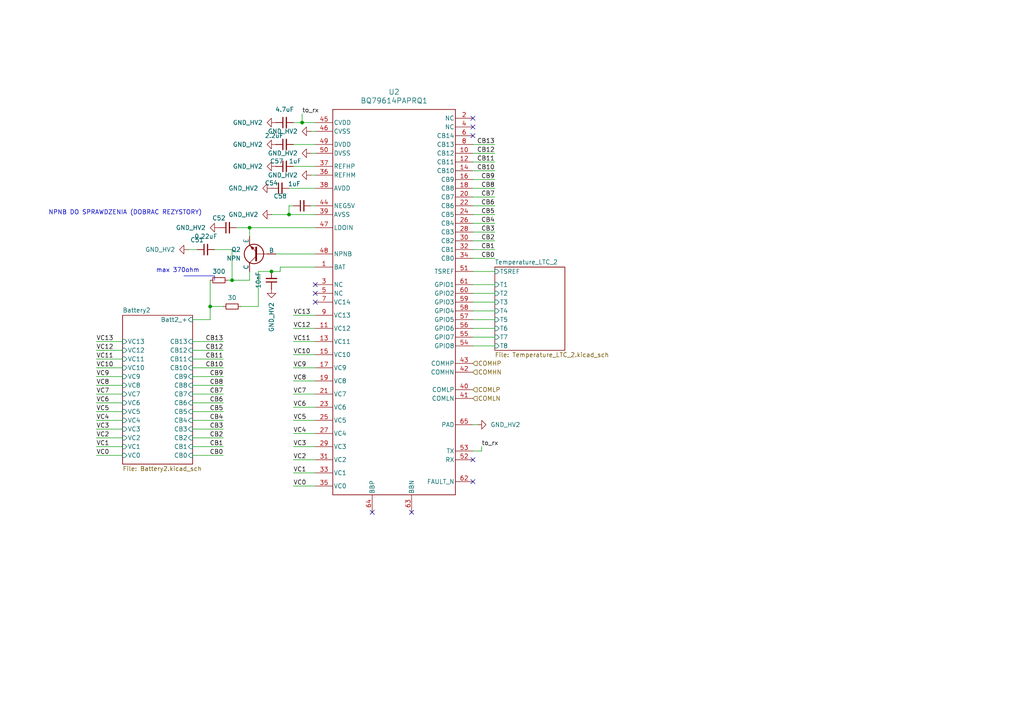
<source format=kicad_sch>
(kicad_sch (version 20250114) (generator "eeschema") (generator_version "9.0")
  (paper "A4")
  (lib_symbols
    (symbol "BQ79612PAPRQ1:BQ79616PAPRQ1" (pin_names (offset 0.254))
      (property "Reference" "U2" (at 0 60.96 0))
      (property "Value" "BQ79614PAPRQ1" (at 0 58.42 0))
      (symbol "BQ79616PAPRQ1_0_1"
        (polyline (pts (xy -17.78 55.88) (xy -17.78 -55.88)) (stroke (width 0.2032)))
        (polyline (pts (xy -17.78 -55.88) (xy 17.78 -55.88)) (stroke (width 0.2032)))
        (polyline (pts (xy 17.78 55.88) (xy -17.78 55.88)) (stroke (width 0.2032)))
        (polyline (pts (xy 17.78 -55.88) (xy 17.78 55.88)) (stroke (width 0.2032)))
        (pin input line (at -22.86 -7.62 0) (length 5.08) (name "VC12") (number "11"))
        (pin input line (at -22.86 -11.43 0) (length 5.08) (name "VC11") (number "13"))
        (pin input line (at -22.86 -15.24 0) (length 5.08) (name "VC10") (number "15"))
        (pin input line (at -22.86 -19.05 0) (length 5.08) (name "VC9") (number "17"))
        (pin input line (at -22.86 -22.86 0) (length 5.08) (name "VC8") (number "19"))
        (pin input line (at -22.86 -26.67 0) (length 5.08) (name "VC7") (number "21"))
        (pin input line (at -22.86 -30.48 0) (length 5.08) (name "VC6") (number "23"))
        (pin input line (at -22.86 -34.29 0) (length 5.08) (name "VC5") (number "25"))
        (pin input line (at -22.86 -38.1 0) (length 5.08) (name "VC4") (number "27"))
        (pin input line (at -22.86 -41.91 0) (length 5.08) (name "VC3") (number "29"))
        (pin input line (at -22.86 -45.72 0) (length 5.08) (name "VC2") (number "31"))
        (pin input line (at -22.86 -49.53 0) (length 5.08) (name "VC1") (number "33"))
        (pin input line (at -22.86 -53.34 0) (length 5.08) (name "VC0") (number "35"))
        (pin input line (at -6.35 -60.96 90) (length 5.08) (name "BBP") (number "64"))
        (pin input line (at 5.08 -60.96 90) (length 5.08) (name "BBN") (number "63"))
        (pin bidirectional line (at 22.86 43.18 180) (length 5.08) (name "CB12") (number "10"))
        (pin bidirectional line (at 22.86 40.64 180) (length 5.08) (name "CB11") (number "12"))
        (pin bidirectional line (at 22.86 38.1 180) (length 5.08) (name "CB10") (number "14"))
        (pin bidirectional line (at 22.86 35.56 180) (length 5.08) (name "CB9") (number "16"))
        (pin bidirectional line (at 22.86 33.02 180) (length 5.08) (name "CB8") (number "18"))
        (pin bidirectional line (at 22.86 30.48 180) (length 5.08) (name "CB7") (number "20"))
        (pin bidirectional line (at 22.86 27.94 180) (length 5.08) (name "CB6") (number "22"))
        (pin bidirectional line (at 22.86 25.4 180) (length 5.08) (name "CB5") (number "24"))
        (pin bidirectional line (at 22.86 22.86 180) (length 5.08) (name "CB4") (number "26"))
        (pin bidirectional line (at 22.86 20.32 180) (length 5.08) (name "CB3") (number "28"))
        (pin bidirectional line (at 22.86 17.78 180) (length 5.08) (name "CB2") (number "30"))
        (pin bidirectional line (at 22.86 15.24 180) (length 5.08) (name "CB1") (number "32"))
        (pin bidirectional line (at 22.86 12.7 180) (length 5.08) (name "CB0") (number "34"))
        (pin bidirectional line (at 22.86 5.08 180) (length 5.08) (name "GPIO1") (number "61"))
        (pin bidirectional line (at 22.86 2.54 180) (length 5.08) (name "GPIO2") (number "60"))
        (pin bidirectional line (at 22.86 0 180) (length 5.08) (name "GPIO3") (number "59"))
        (pin bidirectional line (at 22.86 -2.54 180) (length 5.08) (name "GPIO4") (number "58"))
        (pin bidirectional line (at 22.86 -5.08 180) (length 5.08) (name "GPIO5") (number "57"))
        (pin bidirectional line (at 22.86 -7.62 180) (length 5.08) (name "GPIO6") (number "56"))
        (pin bidirectional line (at 22.86 -10.16 180) (length 5.08) (name "GPIO7") (number "55"))
        (pin bidirectional line (at 22.86 -12.7 180) (length 5.08) (name "GPIO8") (number "54"))
        (pin bidirectional line (at 22.86 -17.78 180) (length 5.08) (name "COMHP") (number "43"))
        (pin bidirectional line (at 22.86 -20.32 180) (length 5.08) (name "COMHN") (number "42"))
        (pin bidirectional line (at 22.86 -25.4 180) (length 5.08) (name "COMLP") (number "40"))
        (pin bidirectional line (at 22.86 -27.94 180) (length 5.08) (name "COMLN") (number "41"))
        (pin unspecified line (at 22.86 -35.56 180) (length 5.08) (name "PAD") (number "65"))
        (pin output line (at 22.86 -43.18 180) (length 5.08) (name "TX") (number "53"))
        (pin input line (at 22.86 -45.72 180) (length 5.08) (name "RX") (number "52"))
        (pin output line (at 22.86 -52.07 180) (length 5.08) (name "FAULT_N") (number "62"))
      )
      (symbol "BQ79616PAPRQ1_1_1"
        (pin passive line (at -22.86 52.07 0) (length 5.08) (name "CVDD") (number "45"))
        (pin passive line (at -22.86 49.53 0) (length 5.08) (name "CVSS") (number "46"))
        (pin passive line (at -22.86 45.72 0) (length 5.08) (name "DVDD") (number "49"))
        (pin passive line (at -22.86 43.18 0) (length 5.08) (name "DVSS") (number "50"))
        (pin passive line (at -22.86 39.37 0) (length 5.08) (name "REFHP") (number "37"))
        (pin passive line (at -22.86 36.83 0) (length 5.08) (name "REFHM") (number "36"))
        (pin passive line (at -22.86 33.02 0) (length 5.08) (name "AVDD") (number "38"))
        (pin passive line (at -22.86 27.94 0) (length 5.08) (name "NEG5V") (number "44"))
        (pin passive line (at -22.86 25.4 0) (length 5.08) (name "AVSS") (number "39"))
        (pin passive line (at -22.86 21.59 0) (length 5.08) (name "LDOIN") (number "47"))
        (pin passive line (at -22.86 13.97 0) (length 5.08) (name "NPNB") (number "48"))
        (pin passive line (at -22.86 10.16 0) (length 5.08) (name "BAT") (number "1"))
        (pin input line (at -22.86 5.08 0) (length 5.08) (name "NC") (number "3"))
        (pin input line (at -22.86 2.54 0) (length 5.08) (name "NC") (number "5"))
        (pin input line (at -22.86 0 0) (length 5.08) (name "VC14") (number "7"))
        (pin input line (at -22.86 -3.81 0) (length 5.08) (name "VC13") (number "9"))
        (pin bidirectional line (at 22.86 53.34 180) (length 5.08) (name "NC") (number "2"))
        (pin bidirectional line (at 22.86 50.8 180) (length 5.08) (name "NC") (number "4"))
        (pin bidirectional line (at 22.86 48.26 180) (length 5.08) (name "CB14") (number "6"))
        (pin bidirectional line (at 22.86 45.72 180) (length 5.08) (name "CB13") (number "8"))
        (pin passive line (at 22.86 8.89 180) (length 5.08) (name "TSREF") (number "51"))
      )
    )
    (symbol "Device:C_Small" (pin_numbers (hide yes)) (pin_names (offset 0.254) (hide yes))
      (property "Reference" "C" (at 0.254 1.778 0))
      (property "Value" "C_Small" (at 0.254 -2.032 0))
      (symbol "C_Small_0_1"
        (polyline (pts (xy -1.524 0.508) (xy 1.524 0.508)) (stroke (width 0.3048)))
        (polyline (pts (xy -1.524 -0.508) (xy 1.524 -0.508)) (stroke (width 0.3302)))
      )
      (symbol "C_Small_1_1"
        (pin passive line (at 0 2.54 270) (length 2.032) (name "~") (number "1"))
        (pin passive line (at 0 -2.54 90) (length 2.032) (name "~") (number "2"))
      )
    )
    (symbol "Device:R_Small" (pin_numbers (hide yes)) (pin_names (offset 0.254) (hide yes))
      (property "Reference" "R" (at 0.762 0.508 0))
      (property "Value" "R_Small" (at 0.762 -1.016 0))
      (symbol "R_Small_0_1"
        (rectangle (start -0.762 1.778) (end 0.762 -1.778) (stroke (width 0.2032)))
      )
      (symbol "R_Small_1_1"
        (pin passive line (at 0 2.54 270) (length 0.762) (name "~") (number "1"))
        (pin passive line (at 0 -2.54 90) (length 0.762) (name "~") (number "2"))
      )
    )
    (symbol "Simulation_SPICE:NPN" (pin_numbers (hide yes)) (pin_names (offset 0))
      (property "Reference" "Q" (at -2.54 7.62 0))
      (property "Value" "NPN" (at -2.54 5.08 0))
      (symbol "NPN_0_1"
        (polyline (pts (xy -2.54 0) (xy 0.635 0)) (stroke (width 0.1524)))
        (polyline (pts (xy 0.635 1.905) (xy 0.635 -1.905) (xy 0.635 -1.905)) (stroke (width 0.508)))
        (polyline (pts (xy 0.635 0.635) (xy 2.54 2.54)))
        (polyline (pts (xy 0.635 -0.635) (xy 2.54 -2.54) (xy 2.54 -2.54)))
        (circle (center 1.27 0) (radius 2.8194) (stroke (width 0.254)))
        (polyline (pts (xy 1.27 -1.778) (xy 1.778 -1.27) (xy 2.286 -2.286) (xy 1.27 -1.778) (xy 1.27 -1.778)) (fill (type outline)))
        (polyline (pts (xy 2.794 -1.27) (xy 2.794 -1.27)) (stroke (width 0.1524)))
        (polyline (pts (xy 2.794 -1.27) (xy 2.794 -1.27)) (stroke (width 0.1524)))
      )
      (symbol "NPN_1_1"
        (pin input line (at -5.08 0 0) (length 2.54) (name "B") (number "2"))
        (pin open_collector line (at 2.54 5.08 270) (length 2.54) (name "C") (number "1"))
        (pin open_emitter line (at 2.54 -5.08 90) (length 2.54) (name "E") (number "3"))
      )
    )
    (symbol "power:GND" (power) (pin_numbers (hide yes)) (pin_names (offset 0) (hide yes))
      (property "Value" "GND" (at 0 -3.81 0))
      (symbol "GND_0_1"
        (polyline (pts (xy 0 0) (xy 0 -1.27) (xy 1.27 -1.27) (xy 0 -2.54) (xy -1.27 -1.27) (xy 0 -1.27)))
      )
      (symbol "GND_1_1"
        (pin power_in line (at 0 0 270) (length 0) (name "~") (number "1"))
      )
    )
  )
  (text "max 370ohm\n" (at 51.562 78.486 0) (effects (font (size 1.27 1.27))))
  (text "NPNB DO SPRAWDZENIA (DOBRAC REZYSTORY)\n" (at 36.322 61.722 0) (effects (font (size 1.27 1.27))))
  (junction (at 78.74 78.74))
  (junction (at 60.96 88.9))
  (junction (at 87.63 35.56))
  (junction (at 67.31 81.28))
  (junction (at 83.82 62.23))
  (junction (at 72.39 66.04))
  (no_connect (at 91.44 85.09))
  (no_connect (at 119.38 148.59))
  (no_connect (at 137.16 39.37))
  (no_connect (at 137.16 34.29))
  (no_connect (at 107.95 148.59))
  (no_connect (at 137.16 36.83))
  (no_connect (at 137.16 133.35))
  (no_connect (at 91.44 82.55))
  (no_connect (at 137.16 139.7))
  (no_connect (at 91.44 87.63))
  (wire (pts (xy 55.88 111.76) (xy 64.77 111.76)))
  (wire (pts (xy 55.88 129.54) (xy 64.77 129.54)))
  (wire (pts (xy 27.94 121.92) (xy 35.56 121.92)))
  (wire (pts (xy 85.09 129.54) (xy 91.44 129.54)))
  (wire (pts (xy 27.94 109.22) (xy 35.56 109.22)))
  (wire (pts (xy 90.17 44.45) (xy 91.44 44.45)))
  (wire (pts (xy 137.16 52.07) (xy 143.51 52.07)))
  (wire (pts (xy 83.82 62.23) (xy 91.44 62.23)))
  (wire (pts (xy 27.94 129.54) (xy 35.56 129.54)))
  (wire (pts (xy 137.16 59.69) (xy 143.51 59.69)))
  (wire (pts (xy 85.09 121.92) (xy 91.44 121.92)))
  (wire (pts (xy 137.16 95.25) (xy 143.51 95.25)))
  (wire (pts (xy 137.16 49.53) (xy 143.51 49.53)))
  (wire (pts (xy 27.94 99.06) (xy 35.56 99.06)))
  (wire (pts (xy 139.7 130.81) (xy 137.16 130.81)))
  (wire (pts (xy 137.16 41.91) (xy 143.51 41.91)))
  (wire (pts (xy 81.28 77.47) (xy 91.44 77.47)))
  (wire (pts (xy 27.94 127) (xy 35.56 127)))
  (wire (pts (xy 27.94 132.08) (xy 35.56 132.08)))
  (wire (pts (xy 27.94 106.68) (xy 35.56 106.68)))
  (wire (pts (xy 85.09 133.35) (xy 91.44 133.35)))
  (wire (pts (xy 54.61 72.39) (xy 57.15 72.39)))
  (wire (pts (xy 85.09 95.25) (xy 91.44 95.25)))
  (wire (pts (xy 72.39 66.04) (xy 91.44 66.04)))
  (wire (pts (xy 27.94 119.38) (xy 35.56 119.38)))
  (wire (pts (xy 85.09 99.06) (xy 91.44 99.06)))
  (wire (pts (xy 139.7 129.54) (xy 139.7 130.81)))
  (wire (pts (xy 55.88 121.92) (xy 64.77 121.92)))
  (wire (pts (xy 72.39 81.28) (xy 67.31 81.28)))
  (wire (pts (xy 83.82 54.61) (xy 91.44 54.61)))
  (wire (pts (xy 137.16 44.45) (xy 143.51 44.45)))
  (wire (pts (xy 81.28 78.74) (xy 81.28 77.47)))
  (wire (pts (xy 67.31 72.39) (xy 62.23 72.39)))
  (wire (pts (xy 74.93 78.74) (xy 78.74 78.74)))
  (wire (pts (xy 85.09 140.97) (xy 91.44 140.97)))
  (wire (pts (xy 55.88 127) (xy 64.77 127)))
  (wire (pts (xy 27.94 116.84) (xy 35.56 116.84)))
  (wire (pts (xy 137.16 64.77) (xy 143.51 64.77)))
  (wire (pts (xy 27.94 104.14) (xy 35.56 104.14)))
  (polyline (pts (xy 53.34 80.01) (xy 62.23 80.01)))
  (wire (pts (xy 55.88 119.38) (xy 64.77 119.38)))
  (wire (pts (xy 67.31 72.39) (xy 67.31 81.28)))
  (wire (pts (xy 60.96 81.28) (xy 60.96 88.9)))
  (wire (pts (xy 137.16 92.71) (xy 143.51 92.71)))
  (wire (pts (xy 27.94 101.6) (xy 35.56 101.6)))
  (wire (pts (xy 85.09 110.49) (xy 91.44 110.49)))
  (wire (pts (xy 137.16 72.39) (xy 143.51 72.39)))
  (wire (pts (xy 85.09 125.73) (xy 91.44 125.73)))
  (wire (pts (xy 137.16 78.74) (xy 143.51 78.74)))
  (wire (pts (xy 64.77 88.9) (xy 60.96 88.9)))
  (wire (pts (xy 85.09 137.16) (xy 91.44 137.16)))
  (wire (pts (xy 85.09 48.26) (xy 91.44 48.26)))
  (polyline (pts (xy 62.23 80.01) (xy 62.23 81.28)))
  (wire (pts (xy 83.82 59.69) (xy 85.09 59.69)))
  (wire (pts (xy 137.16 123.19) (xy 138.43 123.19)))
  (wire (pts (xy 55.88 99.06) (xy 64.77 99.06)))
  (wire (pts (xy 90.17 59.69) (xy 91.44 59.69)))
  (wire (pts (xy 90.17 38.1) (xy 91.44 38.1)))
  (wire (pts (xy 55.88 109.22) (xy 64.77 109.22)))
  (wire (pts (xy 137.16 100.33) (xy 143.51 100.33)))
  (wire (pts (xy 55.88 104.14) (xy 64.77 104.14)))
  (wire (pts (xy 55.88 132.08) (xy 64.77 132.08)))
  (wire (pts (xy 78.74 62.23) (xy 83.82 62.23)))
  (wire (pts (xy 137.16 85.09) (xy 143.51 85.09)))
  (wire (pts (xy 137.16 69.85) (xy 143.51 69.85)))
  (wire (pts (xy 69.85 88.9) (xy 74.93 88.9)))
  (wire (pts (xy 85.09 35.56) (xy 87.63 35.56)))
  (wire (pts (xy 66.04 81.28) (xy 67.31 81.28)))
  (wire (pts (xy 85.09 102.87) (xy 91.44 102.87)))
  (wire (pts (xy 72.39 78.74) (xy 72.39 81.28)))
  (wire (pts (xy 78.74 78.74) (xy 81.28 78.74)))
  (wire (pts (xy 27.94 114.3) (xy 35.56 114.3)))
  (wire (pts (xy 137.16 97.79) (xy 143.51 97.79)))
  (wire (pts (xy 137.16 74.93) (xy 143.51 74.93)))
  (wire (pts (xy 55.88 124.46) (xy 64.77 124.46)))
  (wire (pts (xy 85.09 118.11) (xy 91.44 118.11)))
  (wire (pts (xy 60.96 88.9) (xy 60.96 92.71)))
  (wire (pts (xy 55.88 101.6) (xy 64.77 101.6)))
  (wire (pts (xy 87.63 33.02) (xy 87.63 35.56)))
  (wire (pts (xy 137.16 54.61) (xy 143.51 54.61)))
  (wire (pts (xy 85.09 91.44) (xy 91.44 91.44)))
  (wire (pts (xy 55.88 92.71) (xy 60.96 92.71)))
  (wire (pts (xy 72.39 66.04) (xy 72.39 68.58)))
  (wire (pts (xy 27.94 111.76) (xy 35.56 111.76)))
  (wire (pts (xy 27.94 124.46) (xy 35.56 124.46)))
  (wire (pts (xy 85.09 114.3) (xy 91.44 114.3)))
  (wire (pts (xy 80.01 73.66) (xy 91.44 73.66)))
  (wire (pts (xy 74.93 88.9) (xy 74.93 78.74)))
  (wire (pts (xy 137.16 90.17) (xy 143.51 90.17)))
  (wire (pts (xy 83.82 59.69) (xy 83.82 62.23)))
  (wire (pts (xy 87.63 35.56) (xy 91.44 35.56)))
  (wire (pts (xy 68.58 66.04) (xy 72.39 66.04)))
  (wire (pts (xy 85.09 106.68) (xy 91.44 106.68)))
  (wire (pts (xy 137.16 57.15) (xy 143.51 57.15)))
  (wire (pts (xy 55.88 116.84) (xy 64.77 116.84)))
  (wire (pts (xy 137.16 67.31) (xy 143.51 67.31)))
  (wire (pts (xy 137.16 46.99) (xy 143.51 46.99)))
  (wire (pts (xy 137.16 82.55) (xy 143.51 82.55)))
  (wire (pts (xy 55.88 106.68) (xy 64.77 106.68)))
  (wire (pts (xy 55.88 114.3) (xy 64.77 114.3)))
  (wire (pts (xy 90.17 50.8) (xy 91.44 50.8)))
  (wire (pts (xy 85.09 41.91) (xy 91.44 41.91)))
  (wire (pts (xy 137.16 62.23) (xy 143.51 62.23)))
  (wire (pts (xy 137.16 87.63) (xy 143.51 87.63)))
  (label "VC0" (at 27.94 132.08 0))
  (label "CB11" (at 64.77 104.14 180))
  (label "CB11" (at 143.51 46.99 180))
  (label "VC10" (at 85.09 102.87 0))
  (label "CB1" (at 143.51 72.39 180))
  (label "CB6" (at 64.77 116.84 180))
  (label "VC2" (at 27.94 127 0))
  (label "to_rx" (at 139.7 129.54 0))
  (label "VC11" (at 27.94 104.14 0))
  (label "VC13" (at 85.09 91.44 0))
  (label "VC4" (at 85.09 125.73 0))
  (label "CB4" (at 143.51 64.77 180))
  (label "CB0" (at 64.77 132.08 180))
  (label "CB9" (at 143.51 52.07 180))
  (label "VC10" (at 27.94 106.68 0))
  (label "VC7" (at 85.09 114.3 0))
  (label "VC8" (at 27.94 111.76 0))
  (label "VC1" (at 27.94 129.54 0))
  (label "VC8" (at 85.09 110.49 0))
  (label "CB5" (at 143.51 62.23 180))
  (label "VC11" (at 85.09 99.06 0))
  (label "VC1" (at 85.09 137.16 0))
  (label "CB0" (at 143.51 74.93 180))
  (label "CB12" (at 143.51 44.45 180))
  (label "VC6" (at 27.94 116.84 0))
  (label "CB10" (at 143.51 49.53 180))
  (label "VC0" (at 85.09 140.97 0))
  (label "VC12" (at 85.09 95.25 0))
  (label "VC5" (at 85.09 121.92 0))
  (label "CB12" (at 64.77 101.6 180))
  (label "CB5" (at 64.77 119.38 180))
  (label "CB10" (at 64.77 106.68 180))
  (label "to_rx" (at 87.63 33.02 0))
  (label "VC3" (at 27.94 124.46 0))
  (label "CB13" (at 64.77 99.06 180))
  (label "VC7" (at 27.94 114.3 0))
  (label "CB9" (at 64.77 109.22 180))
  (label "VC6" (at 85.09 118.11 0))
  (label "VC13" (at 27.94 99.06 0))
  (label "VC4" (at 27.94 121.92 0))
  (label "CB3" (at 64.77 124.46 180))
  (label "CB4" (at 64.77 121.92 180))
  (label "CB7" (at 64.77 114.3 180))
  (label "CB1" (at 64.77 129.54 180))
  (label "VC5" (at 27.94 119.38 0))
  (label "VC3" (at 85.09 129.54 0))
  (label "CB2" (at 64.77 127 180))
  (label "CB8" (at 143.51 54.61 180))
  (label "CB3" (at 143.51 67.31 180))
  (label "CB8" (at 64.77 111.76 180))
  (label "CB7" (at 143.51 57.15 180))
  (label "VC9" (at 27.94 109.22 0))
  (label "VC9" (at 85.09 106.68 0))
  (label "VC12" (at 27.94 101.6 0))
  (label "CB2" (at 143.51 69.85 180))
  (label "CB6" (at 143.51 59.69 180))
  (label "VC2" (at 85.09 133.35 0))
  (label "CB13" (at 143.51 41.91 180))
  (hierarchical_label "COMLP" (shape input) (at 137.16 113.03 0))
  (hierarchical_label "COMHP" (shape input) (at 137.16 105.41 0))
  (hierarchical_label "COMHN" (shape input) (at 137.16 107.95 0))
  (hierarchical_label "COMLN" (shape input) (at 137.16 115.57 0))
  (symbol (lib_id "power:GND") (at 80.01 41.91 270) (unit 1)
    (property "Reference" "#PWR052" (effects (hide yes)))
    (property "Value" "GND_HV2" (at 76.2 41.91 90) (effects (justify right)))
    (property "Description" "Power symbol creates a global label with name \"GND\" , ground" (effects (hide yes)))
  )
  (symbol (lib_id "power:GND") (at 90.17 44.45 270) (unit 1)
    (property "Reference" "#PWR055" (effects (hide yes)))
    (property "Value" "GND_HV2" (at 86.36 44.45 90) (effects (justify right)))
    (property "Description" "Power symbol creates a global label with name \"GND\" , ground" (effects (hide yes)))
  )
  (symbol (lib_id "power:GND") (at 138.43 123.19 90) (unit 1)
    (property "Reference" "#PWR057" (effects (hide yes)))
    (property "Value" "GND_HV2" (at 142.24 123.19 90) (effects (justify right)))
    (property "Description" "Power symbol creates a global label with name \"GND\" , ground" (effects (hide yes)))
  )
  (symbol (lib_id "power:GND") (at 78.74 62.23 270) (unit 1)
    (property "Reference" "#PWR049" (effects (hide yes)))
    (property "Value" "GND_HV2" (at 74.93 62.23 90) (effects (justify right)))
    (property "Description" "Power symbol creates a global label with name \"GND\" , ground" (effects (hide yes)))
  )
  (symbol (lib_id "Device:C_Small") (at 78.74 81.28 180) (unit 1)
    (property "Reference" "C53" (effects (hide yes)))
    (property "Value" "10nF" (at 74.93 81.2737 90))
    (property "Footprint" "Capacitor_SMD:C_0603_1608Metric_Pad1.08x0.95mm_HandSolder" (effects (hide yes)))
    (property "Datasheet" "https://www.mouser.pl/ProductDetail/TDK/CGA3E2X7R2A103K080AE?qs=nQSIdc08i%252BdU4%252BM6g9lEFQ%3D%3D" (effects (hide yes)))
    (property "Description" "Unpolarized capacitor, small symbol" (effects (hide yes)))
  )
  (symbol (lib_id "Device:C_Small") (at 82.55 41.91 90) (unit 1)
    (property "Reference" "C56" (effects (hide yes)))
    (property "Value" "2.2uF" (at 79.502 39.37 90))
    (property "Footprint" "Capacitor_SMD:C_0603_1608Metric_Pad1.08x0.95mm_HandSolder" (effects (hide yes)))
    (property "Datasheet" "https://www.mouser.pl/ProductDetail/TAIYO-YUDEN/MLAST168AB5225MTNA01?qs=sGAEpiMZZMsh%252B1woXyUXj3XUfju0vRpj0D%252B%252Bxvl%252BBl4%3D" (effects (hide yes)))
    (property "Description" "Unpolarized capacitor, small symbol" (effects (hide yes)))
  )
  (symbol (lib_id "BQ79612PAPRQ1:BQ79616PAPRQ1") (at 114.3 87.63 0) (unit 1)
    (property "Reference" "U2" (at 114.3 26.67 0) (effects (font (size 1.524 1.524))))
    (property "Value" "BQ79614PAPRQ1" (at 114.3 29.21 0) (effects (font (size 1.524 1.524))))
    (property "Footprint" "footrpint:BQ79614PAPRQ1" (effects (hide yes)))
    (property "Datasheet" "https://www.ti.com/product/BQ79614-Q1/part-details/BQ79614PAPRQ1" (effects (hide yes)))
  )
  (symbol (lib_id "power:GND") (at 78.74 54.61 270) (unit 1)
    (property "Reference" "#PWR048" (effects (hide yes)))
    (property "Value" "GND_HV2" (at 74.93 54.61 90) (effects (justify right)))
    (property "Description" "Power symbol creates a global label with name \"GND\" , ground" (effects (hide yes)))
  )
  (symbol (lib_id "Device:C_Small") (at 81.28 54.61 90) (unit 1)
    (property "Reference" "C54" (at 78.74 53.086 90))
    (property "Value" "1uF" (at 85.344 53.34 90))
    (property "Footprint" "Capacitor_SMD:C_0603_1608Metric_Pad1.08x0.95mm_HandSolder" (effects (hide yes)))
    (property "Datasheet" "https://www.mouser.pl/ProductDetail/TAIYO-YUDEN/EMK107B7105MA8T?qs=sGAEpiMZZMsh%252B1woXyUXj30ZYomYlxpXD%252BuSrqeE39U%3D" (effects (hide yes)))
    (property "Description" "Unpolarized capacitor, small symbol" (effects (hide yes)))
  )
  (symbol (lib_id "power:GND") (at 78.74 83.82 0) (unit 1)
    (property "Reference" "#PWR050" (effects (hide yes)))
    (property "Value" "GND_HV2" (at 78.74 87.63 90) (effects (justify right)))
    (property "Description" "Power symbol creates a global label with name \"GND\" , ground" (effects (hide yes)))
  )
  (symbol (lib_id "Device:C_Small") (at 87.63 59.69 90) (unit 1)
    (property "Reference" "C58" (at 81.28 56.896 90))
    (property "Value" "0.1uF" (effects (hide yes)))
    (property "Footprint" "Capacitor_SMD:C_0603_1608Metric_Pad1.08x0.95mm_HandSolder" (effects (hide yes)))
    (property "Datasheet" "https://www.mouser.pl/ProductDetail/TAIYO-YUDEN/MAJCU168BB7104KTEA01?qs=ZcfC38r4PovJ4zMRJqa98Q%3D%3D" (effects (hide yes)))
    (property "Description" "Unpolarized capacitor, small symbol" (effects (hide yes)))
  )
  (symbol (lib_id "Device:R_Small") (at 67.31 88.9 90) (unit 1)
    (property "Reference" "R66" (effects (hide yes)))
    (property "Value" "30" (at 67.31 86.36 90))
    (property "Footprint" "Resistor_SMD:R_0603_1608Metric_Pad0.98x0.95mm_HandSolder" (effects (hide yes)))
    (property "Datasheet" "https://eu.mouser.com/ProductDetail/Vishay-Draloric/RCA060330R0JNEC?qs=sGAEpiMZZMvdGkrng054twq3eZrCFN89umdZ4CIYOns%3D" (effects (hide yes)))
    (property "Description" "Resistor, small symbol" (effects (hide yes)))
  )
  (symbol (lib_id "Device:C_Small") (at 82.55 35.56 90) (unit 1)
    (property "Reference" "C55" (effects (hide yes)))
    (property "Value" "4.7uF" (at 82.5563 31.75 90))
    (property "Footprint" "Capacitor_SMD:C_0603_1608Metric_Pad1.08x0.95mm_HandSolder" (effects (hide yes)))
    (property "Datasheet" "https://www.mouser.pl/ProductDetail/TAIYO-YUDEN/LMK107BJ475KA-T?qs=sGAEpiMZZMsh%252B1woXyUXj7c1PCWacDCMSnOdsacb7as%3D" (effects (hide yes)))
    (property "Description" "Unpolarized capacitor, small symbol" (effects (hide yes)))
  )
  (symbol (lib_id "power:GND") (at 80.01 48.26 270) (unit 1)
    (property "Reference" "#PWR053" (effects (hide yes)))
    (property "Value" "GND_HV2" (at 76.2 48.26 90) (effects (justify right)))
    (property "Description" "Power symbol creates a global label with name \"GND\" , ground" (effects (hide yes)))
  )
  (symbol (lib_id "power:GND") (at 90.17 50.8 270) (unit 1)
    (property "Reference" "#PWR056" (effects (hide yes)))
    (property "Value" "GND_HV2" (at 86.36 50.8 90) (effects (justify right)))
    (property "Description" "Power symbol creates a global label with name \"GND\" , ground" (effects (hide yes)))
  )
  (symbol (lib_id "Device:C_Small") (at 59.69 72.39 90) (unit 1)
    (property "Reference" "C51" (at 57.15 69.596 90))
    (property "Value" "0.22uF" (at 59.6963 68.58 90))
    (property "Footprint" "Capacitor_SMD:C_0603_1608Metric_Pad1.08x0.95mm_HandSolder" (effects (hide yes)))
    (property "Datasheet" "https://www.mouser.pl/ProductDetail/TAIYO-YUDEN/MBASH168SC7224KTCA01?qs=sGAEpiMZZMsh%252B1woXyUXj3XUfju0vRpj9f9rQngL7R4%3D" (effects (hide yes)))
    (property "Description" "Unpolarized capacitor, small symbol" (effects (hide yes)))
  )
  (symbol (lib_id "power:GND") (at 80.01 35.56 270) (unit 1)
    (property "Reference" "#PWR051" (effects (hide yes)))
    (property "Value" "GND_HV2" (at 76.2 35.56 90) (effects (justify right)))
    (property "Description" "Power symbol creates a global label with name \"GND\" , ground" (effects (hide yes)))
  )
  (symbol (lib_id "Device:R_Small") (at 63.5 81.28 90) (unit 1)
    (property "Reference" "R64" (effects (hide yes)))
    (property "Value" "300" (at 63.5 78.74 90))
    (property "Footprint" "Resistor_SMD:R_0603_1608Metric_Pad0.98x0.95mm_HandSolder" (effects (hide yes)))
    (property "Datasheet" "https://www.mouser.pl/ProductDetail/KOA-Speer/SG73P1JTTD3300F?qs=mxuPqPjQq7FehFO0eTUu%252BA%3D%3D" (effects (hide yes)))
    (property "Description" "Resistor, small symbol" (effects (hide yes)))
  )
  (symbol (lib_id "power:GND") (at 90.17 38.1 270) (unit 1)
    (property "Reference" "#PWR054" (effects (hide yes)))
    (property "Value" "GND_HV2" (at 86.36 38.1 90) (effects (justify right)))
    (property "Description" "Power symbol creates a global label with name \"GND\" , ground" (effects (hide yes)))
  )
  (symbol (lib_id "power:GND") (at 63.5 66.04 270) (unit 1)
    (property "Reference" "#PWR047" (effects (hide yes)))
    (property "Value" "GND_HV2" (at 59.69 66.04 90) (effects (justify right)))
    (property "Description" "Power symbol creates a global label with name \"GND\" , ground" (effects (hide yes)))
  )
  (symbol (lib_id "power:GND") (at 54.61 72.39 270) (unit 1)
    (property "Reference" "#PWR046" (effects (hide yes)))
    (property "Value" "GND_HV2" (at 50.8 72.39 90) (effects (justify right)))
    (property "Description" "Power symbol creates a global label with name \"GND\" , ground" (effects (hide yes)))
  )
  (symbol (lib_id "Device:C_Small") (at 82.55 48.26 90) (unit 1)
    (property "Reference" "C57" (at 80.264 46.736 90))
    (property "Value" "1uF" (at 85.598 46.736 90))
    (property "Footprint" "Capacitor_SMD:C_0603_1608Metric_Pad1.08x0.95mm_HandSolder" (effects (hide yes)))
    (property "Datasheet" "https://www.mouser.pl/ProductDetail/TAIYO-YUDEN/EMK107B7105MA8T?qs=sGAEpiMZZMsh%252B1woXyUXj30ZYomYlxpXD%252BuSrqeE39U%3D" (effects (hide yes)))
    (property "Description" "Unpolarized capacitor, small symbol" (effects (hide yes)))
  )
  (symbol (lib_id "Device:C_Small") (at 66.04 66.04 90) (unit 1)
    (property "Reference" "C52" (at 63.5 63.246 90))
    (property "Value" "0.1uF" (effects (hide yes)))
    (property "Footprint" "Capacitor_SMD:C_0603_1608Metric_Pad1.08x0.95mm_HandSolder" (effects (hide yes)))
    (property "Datasheet" "https://www.mouser.pl/ProductDetail/TAIYO-YUDEN/MAJCU168BB7104KTEA01?qs=ZcfC38r4PovJ4zMRJqa98Q%3D%3D" (effects (hide yes)))
    (property "Description" "Unpolarized capacitor, small symbol" (effects (hide yes)))
  )
  (symbol (lib_id "Simulation_SPICE:NPN") (at 74.93 73.66 180) (unit 1)
    (property "Reference" "Q2" (at 69.85 72.3899 0) (effects (justify left)))
    (property "Value" "NPN" (at 69.85 74.9299 0) (effects (justify left)))
    (property "Footprint" "Package_TO_SOT_SMD:SOT-223-3_TabPin2" (effects (hide yes)))
    (property "Datasheet" "https://eu.mouser.com/c/semiconductors/discrete-semiconductors/transistors/?collector-%20base%20voltage%20vcbo=100%20V&collector-%20emitter%20voltage%20vceo%20max=80%20V&mounting%20style=SMD%2FSMT&transistor%20polarity=NPN" (effects (hide yes)))
    (property "Description" "NPN" (effects (hide yes)))
    (property "opis" "NPN" (effects (hide yes)))
    (property "Sim.Type" "GUMMELPOON" (effects (hide yes)))
    (property "Sim.Pins" "1=C 2=B 3=E" (effects (hide yes)))
  )
  (sheet (at 35.56 91.44) (size 20.32 43.18) (stroke (width 0.1524))
    (property "Sheetname" "Battery2" (at 35.56 90.7284 0) (effects (justify left bottom)))
    (property "Sheetfile" "Battery2.kicad_sch" (at 35.56 135.2046 0) (effects (justify left top)))
    (pin "VC4" input (at 35.56 121.92 180))
    (pin "VC5" input (at 35.56 119.38 180))
    (pin "CB3" input (at 55.88 124.46 0))
    (pin "CB0" input (at 55.88 132.08 0))
    (pin "CB1" input (at 55.88 129.54 0))
    (pin "CB2" input (at 55.88 127 0))
    (pin "CB8" input (at 55.88 111.76 0))
    (pin "CB6" input (at 55.88 116.84 0))
    (pin "CB7" input (at 55.88 114.3 0))
    (pin "CB5" input (at 55.88 119.38 0))
    (pin "CB4" input (at 55.88 121.92 0))
    (pin "VC3" input (at 35.56 124.46 180))
    (pin "VC2" input (at 35.56 127 180))
    (pin "VC1" input (at 35.56 129.54 180))
    (pin "VC7" input (at 35.56 114.3 180))
    (pin "VC6" input (at 35.56 116.84 180))
    (pin "VC8" input (at 35.56 111.76 180))
    (pin "VC0" input (at 35.56 132.08 180))
    (pin "Batt2_+" input (at 55.88 92.71 0))
    (pin "CB10" input (at 55.88 106.68 0))
    (pin "CB9" input (at 55.88 109.22 0))
    (pin "VC9" input (at 35.56 109.22 180))
    (pin "VC10" input (at 35.56 106.68 180))
    (pin "CB11" input (at 55.88 104.14 0))
    (pin "CB13" input (at 55.88 99.06 0))
    (pin "CB12" input (at 55.88 101.6 0))
    (pin "VC11" input (at 35.56 104.14 180))
    (pin "VC12" input (at 35.56 101.6 180))
    (pin "VC13" input (at 35.56 99.06 180))
  )
  (sheet (at 143.51 77.47) (size 20.32 24.13) (stroke (width 0.1524))
    (property "Sheetname" "Temperature_LTC_2" (at 143.51 76.7584 0) (effects (justify left bottom)))
    (property "Sheetfile" "Temperature_LTC_2.kicad_sch" (at 143.51 102.1846 0) (effects (justify left top)))
    (pin "T1" input (at 143.51 82.55 180))
    (pin "TSREF" input (at 143.51 78.74 180))
    (pin "T2" input (at 143.51 85.09 180))
    (pin "T3" input (at 143.51 87.63 180))
    (pin "T4" input (at 143.51 90.17 180))
    (pin "T5" input (at 143.51 92.71 180))
    (pin "T8" input (at 143.51 100.33 180))
    (pin "T6" input (at 143.51 95.25 180))
    (pin "T7" input (at 143.51 97.79 180))
  )
)
</source>
